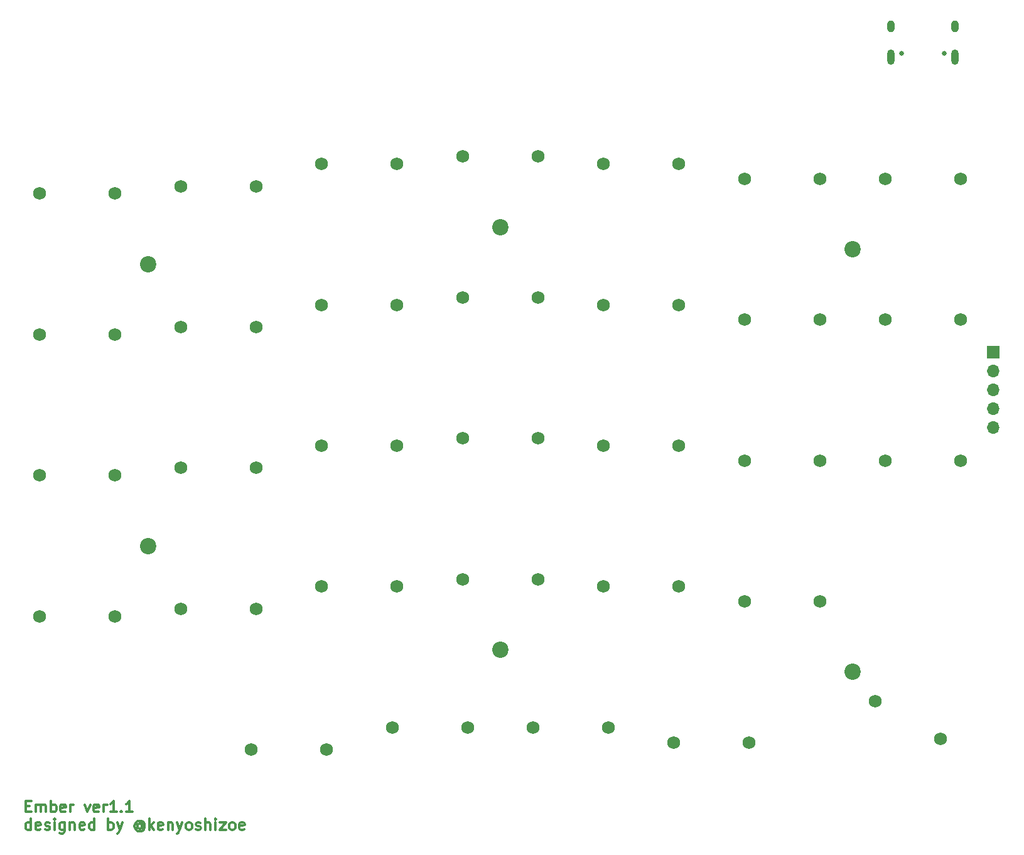
<source format=gbr>
%TF.GenerationSoftware,KiCad,Pcbnew,7.0.6*%
%TF.CreationDate,2023-09-02T14:36:04+09:00*%
%TF.ProjectId,ember,656d6265-722e-46b6-9963-61645f706362,rev?*%
%TF.SameCoordinates,Original*%
%TF.FileFunction,Soldermask,Top*%
%TF.FilePolarity,Negative*%
%FSLAX46Y46*%
G04 Gerber Fmt 4.6, Leading zero omitted, Abs format (unit mm)*
G04 Created by KiCad (PCBNEW 7.0.6) date 2023-09-02 14:36:04*
%MOMM*%
%LPD*%
G01*
G04 APERTURE LIST*
%ADD10C,0.300000*%
%ADD11C,1.750000*%
%ADD12C,2.200000*%
%ADD13R,1.700000X1.700000*%
%ADD14O,1.700000X1.700000*%
%ADD15C,0.650000*%
%ADD16O,1.000000X1.600000*%
%ADD17O,1.000000X2.100000*%
G04 APERTURE END LIST*
D10*
X53554510Y-148100114D02*
X54054510Y-148100114D01*
X54268796Y-148885828D02*
X53554510Y-148885828D01*
X53554510Y-148885828D02*
X53554510Y-147385828D01*
X53554510Y-147385828D02*
X54268796Y-147385828D01*
X54911653Y-148885828D02*
X54911653Y-147885828D01*
X54911653Y-148028685D02*
X54983082Y-147957257D01*
X54983082Y-147957257D02*
X55125939Y-147885828D01*
X55125939Y-147885828D02*
X55340225Y-147885828D01*
X55340225Y-147885828D02*
X55483082Y-147957257D01*
X55483082Y-147957257D02*
X55554511Y-148100114D01*
X55554511Y-148100114D02*
X55554511Y-148885828D01*
X55554511Y-148100114D02*
X55625939Y-147957257D01*
X55625939Y-147957257D02*
X55768796Y-147885828D01*
X55768796Y-147885828D02*
X55983082Y-147885828D01*
X55983082Y-147885828D02*
X56125939Y-147957257D01*
X56125939Y-147957257D02*
X56197368Y-148100114D01*
X56197368Y-148100114D02*
X56197368Y-148885828D01*
X56911653Y-148885828D02*
X56911653Y-147385828D01*
X56911653Y-147957257D02*
X57054511Y-147885828D01*
X57054511Y-147885828D02*
X57340225Y-147885828D01*
X57340225Y-147885828D02*
X57483082Y-147957257D01*
X57483082Y-147957257D02*
X57554511Y-148028685D01*
X57554511Y-148028685D02*
X57625939Y-148171542D01*
X57625939Y-148171542D02*
X57625939Y-148600114D01*
X57625939Y-148600114D02*
X57554511Y-148742971D01*
X57554511Y-148742971D02*
X57483082Y-148814400D01*
X57483082Y-148814400D02*
X57340225Y-148885828D01*
X57340225Y-148885828D02*
X57054511Y-148885828D01*
X57054511Y-148885828D02*
X56911653Y-148814400D01*
X58840225Y-148814400D02*
X58697368Y-148885828D01*
X58697368Y-148885828D02*
X58411654Y-148885828D01*
X58411654Y-148885828D02*
X58268796Y-148814400D01*
X58268796Y-148814400D02*
X58197368Y-148671542D01*
X58197368Y-148671542D02*
X58197368Y-148100114D01*
X58197368Y-148100114D02*
X58268796Y-147957257D01*
X58268796Y-147957257D02*
X58411654Y-147885828D01*
X58411654Y-147885828D02*
X58697368Y-147885828D01*
X58697368Y-147885828D02*
X58840225Y-147957257D01*
X58840225Y-147957257D02*
X58911654Y-148100114D01*
X58911654Y-148100114D02*
X58911654Y-148242971D01*
X58911654Y-148242971D02*
X58197368Y-148385828D01*
X59554510Y-148885828D02*
X59554510Y-147885828D01*
X59554510Y-148171542D02*
X59625939Y-148028685D01*
X59625939Y-148028685D02*
X59697368Y-147957257D01*
X59697368Y-147957257D02*
X59840225Y-147885828D01*
X59840225Y-147885828D02*
X59983082Y-147885828D01*
X61483081Y-147885828D02*
X61840224Y-148885828D01*
X61840224Y-148885828D02*
X62197367Y-147885828D01*
X63340224Y-148814400D02*
X63197367Y-148885828D01*
X63197367Y-148885828D02*
X62911653Y-148885828D01*
X62911653Y-148885828D02*
X62768795Y-148814400D01*
X62768795Y-148814400D02*
X62697367Y-148671542D01*
X62697367Y-148671542D02*
X62697367Y-148100114D01*
X62697367Y-148100114D02*
X62768795Y-147957257D01*
X62768795Y-147957257D02*
X62911653Y-147885828D01*
X62911653Y-147885828D02*
X63197367Y-147885828D01*
X63197367Y-147885828D02*
X63340224Y-147957257D01*
X63340224Y-147957257D02*
X63411653Y-148100114D01*
X63411653Y-148100114D02*
X63411653Y-148242971D01*
X63411653Y-148242971D02*
X62697367Y-148385828D01*
X64054509Y-148885828D02*
X64054509Y-147885828D01*
X64054509Y-148171542D02*
X64125938Y-148028685D01*
X64125938Y-148028685D02*
X64197367Y-147957257D01*
X64197367Y-147957257D02*
X64340224Y-147885828D01*
X64340224Y-147885828D02*
X64483081Y-147885828D01*
X65768795Y-148885828D02*
X64911652Y-148885828D01*
X65340223Y-148885828D02*
X65340223Y-147385828D01*
X65340223Y-147385828D02*
X65197366Y-147600114D01*
X65197366Y-147600114D02*
X65054509Y-147742971D01*
X65054509Y-147742971D02*
X64911652Y-147814400D01*
X66411651Y-148742971D02*
X66483080Y-148814400D01*
X66483080Y-148814400D02*
X66411651Y-148885828D01*
X66411651Y-148885828D02*
X66340223Y-148814400D01*
X66340223Y-148814400D02*
X66411651Y-148742971D01*
X66411651Y-148742971D02*
X66411651Y-148885828D01*
X67911652Y-148885828D02*
X67054509Y-148885828D01*
X67483080Y-148885828D02*
X67483080Y-147385828D01*
X67483080Y-147385828D02*
X67340223Y-147600114D01*
X67340223Y-147600114D02*
X67197366Y-147742971D01*
X67197366Y-147742971D02*
X67054509Y-147814400D01*
X54197368Y-151300828D02*
X54197368Y-149800828D01*
X54197368Y-151229400D02*
X54054510Y-151300828D01*
X54054510Y-151300828D02*
X53768796Y-151300828D01*
X53768796Y-151300828D02*
X53625939Y-151229400D01*
X53625939Y-151229400D02*
X53554510Y-151157971D01*
X53554510Y-151157971D02*
X53483082Y-151015114D01*
X53483082Y-151015114D02*
X53483082Y-150586542D01*
X53483082Y-150586542D02*
X53554510Y-150443685D01*
X53554510Y-150443685D02*
X53625939Y-150372257D01*
X53625939Y-150372257D02*
X53768796Y-150300828D01*
X53768796Y-150300828D02*
X54054510Y-150300828D01*
X54054510Y-150300828D02*
X54197368Y-150372257D01*
X55483082Y-151229400D02*
X55340225Y-151300828D01*
X55340225Y-151300828D02*
X55054511Y-151300828D01*
X55054511Y-151300828D02*
X54911653Y-151229400D01*
X54911653Y-151229400D02*
X54840225Y-151086542D01*
X54840225Y-151086542D02*
X54840225Y-150515114D01*
X54840225Y-150515114D02*
X54911653Y-150372257D01*
X54911653Y-150372257D02*
X55054511Y-150300828D01*
X55054511Y-150300828D02*
X55340225Y-150300828D01*
X55340225Y-150300828D02*
X55483082Y-150372257D01*
X55483082Y-150372257D02*
X55554511Y-150515114D01*
X55554511Y-150515114D02*
X55554511Y-150657971D01*
X55554511Y-150657971D02*
X54840225Y-150800828D01*
X56125939Y-151229400D02*
X56268796Y-151300828D01*
X56268796Y-151300828D02*
X56554510Y-151300828D01*
X56554510Y-151300828D02*
X56697367Y-151229400D01*
X56697367Y-151229400D02*
X56768796Y-151086542D01*
X56768796Y-151086542D02*
X56768796Y-151015114D01*
X56768796Y-151015114D02*
X56697367Y-150872257D01*
X56697367Y-150872257D02*
X56554510Y-150800828D01*
X56554510Y-150800828D02*
X56340225Y-150800828D01*
X56340225Y-150800828D02*
X56197367Y-150729400D01*
X56197367Y-150729400D02*
X56125939Y-150586542D01*
X56125939Y-150586542D02*
X56125939Y-150515114D01*
X56125939Y-150515114D02*
X56197367Y-150372257D01*
X56197367Y-150372257D02*
X56340225Y-150300828D01*
X56340225Y-150300828D02*
X56554510Y-150300828D01*
X56554510Y-150300828D02*
X56697367Y-150372257D01*
X57411653Y-151300828D02*
X57411653Y-150300828D01*
X57411653Y-149800828D02*
X57340225Y-149872257D01*
X57340225Y-149872257D02*
X57411653Y-149943685D01*
X57411653Y-149943685D02*
X57483082Y-149872257D01*
X57483082Y-149872257D02*
X57411653Y-149800828D01*
X57411653Y-149800828D02*
X57411653Y-149943685D01*
X58768797Y-150300828D02*
X58768797Y-151515114D01*
X58768797Y-151515114D02*
X58697368Y-151657971D01*
X58697368Y-151657971D02*
X58625939Y-151729400D01*
X58625939Y-151729400D02*
X58483082Y-151800828D01*
X58483082Y-151800828D02*
X58268797Y-151800828D01*
X58268797Y-151800828D02*
X58125939Y-151729400D01*
X58768797Y-151229400D02*
X58625939Y-151300828D01*
X58625939Y-151300828D02*
X58340225Y-151300828D01*
X58340225Y-151300828D02*
X58197368Y-151229400D01*
X58197368Y-151229400D02*
X58125939Y-151157971D01*
X58125939Y-151157971D02*
X58054511Y-151015114D01*
X58054511Y-151015114D02*
X58054511Y-150586542D01*
X58054511Y-150586542D02*
X58125939Y-150443685D01*
X58125939Y-150443685D02*
X58197368Y-150372257D01*
X58197368Y-150372257D02*
X58340225Y-150300828D01*
X58340225Y-150300828D02*
X58625939Y-150300828D01*
X58625939Y-150300828D02*
X58768797Y-150372257D01*
X59483082Y-150300828D02*
X59483082Y-151300828D01*
X59483082Y-150443685D02*
X59554511Y-150372257D01*
X59554511Y-150372257D02*
X59697368Y-150300828D01*
X59697368Y-150300828D02*
X59911654Y-150300828D01*
X59911654Y-150300828D02*
X60054511Y-150372257D01*
X60054511Y-150372257D02*
X60125940Y-150515114D01*
X60125940Y-150515114D02*
X60125940Y-151300828D01*
X61411654Y-151229400D02*
X61268797Y-151300828D01*
X61268797Y-151300828D02*
X60983083Y-151300828D01*
X60983083Y-151300828D02*
X60840225Y-151229400D01*
X60840225Y-151229400D02*
X60768797Y-151086542D01*
X60768797Y-151086542D02*
X60768797Y-150515114D01*
X60768797Y-150515114D02*
X60840225Y-150372257D01*
X60840225Y-150372257D02*
X60983083Y-150300828D01*
X60983083Y-150300828D02*
X61268797Y-150300828D01*
X61268797Y-150300828D02*
X61411654Y-150372257D01*
X61411654Y-150372257D02*
X61483083Y-150515114D01*
X61483083Y-150515114D02*
X61483083Y-150657971D01*
X61483083Y-150657971D02*
X60768797Y-150800828D01*
X62768797Y-151300828D02*
X62768797Y-149800828D01*
X62768797Y-151229400D02*
X62625939Y-151300828D01*
X62625939Y-151300828D02*
X62340225Y-151300828D01*
X62340225Y-151300828D02*
X62197368Y-151229400D01*
X62197368Y-151229400D02*
X62125939Y-151157971D01*
X62125939Y-151157971D02*
X62054511Y-151015114D01*
X62054511Y-151015114D02*
X62054511Y-150586542D01*
X62054511Y-150586542D02*
X62125939Y-150443685D01*
X62125939Y-150443685D02*
X62197368Y-150372257D01*
X62197368Y-150372257D02*
X62340225Y-150300828D01*
X62340225Y-150300828D02*
X62625939Y-150300828D01*
X62625939Y-150300828D02*
X62768797Y-150372257D01*
X64625939Y-151300828D02*
X64625939Y-149800828D01*
X64625939Y-150372257D02*
X64768797Y-150300828D01*
X64768797Y-150300828D02*
X65054511Y-150300828D01*
X65054511Y-150300828D02*
X65197368Y-150372257D01*
X65197368Y-150372257D02*
X65268797Y-150443685D01*
X65268797Y-150443685D02*
X65340225Y-150586542D01*
X65340225Y-150586542D02*
X65340225Y-151015114D01*
X65340225Y-151015114D02*
X65268797Y-151157971D01*
X65268797Y-151157971D02*
X65197368Y-151229400D01*
X65197368Y-151229400D02*
X65054511Y-151300828D01*
X65054511Y-151300828D02*
X64768797Y-151300828D01*
X64768797Y-151300828D02*
X64625939Y-151229400D01*
X65840225Y-150300828D02*
X66197368Y-151300828D01*
X66554511Y-150300828D02*
X66197368Y-151300828D01*
X66197368Y-151300828D02*
X66054511Y-151657971D01*
X66054511Y-151657971D02*
X65983082Y-151729400D01*
X65983082Y-151729400D02*
X65840225Y-151800828D01*
X69197368Y-150586542D02*
X69125939Y-150515114D01*
X69125939Y-150515114D02*
X68983082Y-150443685D01*
X68983082Y-150443685D02*
X68840225Y-150443685D01*
X68840225Y-150443685D02*
X68697368Y-150515114D01*
X68697368Y-150515114D02*
X68625939Y-150586542D01*
X68625939Y-150586542D02*
X68554511Y-150729400D01*
X68554511Y-150729400D02*
X68554511Y-150872257D01*
X68554511Y-150872257D02*
X68625939Y-151015114D01*
X68625939Y-151015114D02*
X68697368Y-151086542D01*
X68697368Y-151086542D02*
X68840225Y-151157971D01*
X68840225Y-151157971D02*
X68983082Y-151157971D01*
X68983082Y-151157971D02*
X69125939Y-151086542D01*
X69125939Y-151086542D02*
X69197368Y-151015114D01*
X69197368Y-150443685D02*
X69197368Y-151015114D01*
X69197368Y-151015114D02*
X69268796Y-151086542D01*
X69268796Y-151086542D02*
X69340225Y-151086542D01*
X69340225Y-151086542D02*
X69483082Y-151015114D01*
X69483082Y-151015114D02*
X69554511Y-150872257D01*
X69554511Y-150872257D02*
X69554511Y-150515114D01*
X69554511Y-150515114D02*
X69411654Y-150300828D01*
X69411654Y-150300828D02*
X69197368Y-150157971D01*
X69197368Y-150157971D02*
X68911654Y-150086542D01*
X68911654Y-150086542D02*
X68625939Y-150157971D01*
X68625939Y-150157971D02*
X68411654Y-150300828D01*
X68411654Y-150300828D02*
X68268796Y-150515114D01*
X68268796Y-150515114D02*
X68197368Y-150800828D01*
X68197368Y-150800828D02*
X68268796Y-151086542D01*
X68268796Y-151086542D02*
X68411654Y-151300828D01*
X68411654Y-151300828D02*
X68625939Y-151443685D01*
X68625939Y-151443685D02*
X68911654Y-151515114D01*
X68911654Y-151515114D02*
X69197368Y-151443685D01*
X69197368Y-151443685D02*
X69411654Y-151300828D01*
X70197367Y-151300828D02*
X70197367Y-149800828D01*
X70340225Y-150729400D02*
X70768796Y-151300828D01*
X70768796Y-150300828D02*
X70197367Y-150872257D01*
X71983082Y-151229400D02*
X71840225Y-151300828D01*
X71840225Y-151300828D02*
X71554511Y-151300828D01*
X71554511Y-151300828D02*
X71411653Y-151229400D01*
X71411653Y-151229400D02*
X71340225Y-151086542D01*
X71340225Y-151086542D02*
X71340225Y-150515114D01*
X71340225Y-150515114D02*
X71411653Y-150372257D01*
X71411653Y-150372257D02*
X71554511Y-150300828D01*
X71554511Y-150300828D02*
X71840225Y-150300828D01*
X71840225Y-150300828D02*
X71983082Y-150372257D01*
X71983082Y-150372257D02*
X72054511Y-150515114D01*
X72054511Y-150515114D02*
X72054511Y-150657971D01*
X72054511Y-150657971D02*
X71340225Y-150800828D01*
X72697367Y-150300828D02*
X72697367Y-151300828D01*
X72697367Y-150443685D02*
X72768796Y-150372257D01*
X72768796Y-150372257D02*
X72911653Y-150300828D01*
X72911653Y-150300828D02*
X73125939Y-150300828D01*
X73125939Y-150300828D02*
X73268796Y-150372257D01*
X73268796Y-150372257D02*
X73340225Y-150515114D01*
X73340225Y-150515114D02*
X73340225Y-151300828D01*
X73911653Y-150300828D02*
X74268796Y-151300828D01*
X74625939Y-150300828D02*
X74268796Y-151300828D01*
X74268796Y-151300828D02*
X74125939Y-151657971D01*
X74125939Y-151657971D02*
X74054510Y-151729400D01*
X74054510Y-151729400D02*
X73911653Y-151800828D01*
X75411653Y-151300828D02*
X75268796Y-151229400D01*
X75268796Y-151229400D02*
X75197367Y-151157971D01*
X75197367Y-151157971D02*
X75125939Y-151015114D01*
X75125939Y-151015114D02*
X75125939Y-150586542D01*
X75125939Y-150586542D02*
X75197367Y-150443685D01*
X75197367Y-150443685D02*
X75268796Y-150372257D01*
X75268796Y-150372257D02*
X75411653Y-150300828D01*
X75411653Y-150300828D02*
X75625939Y-150300828D01*
X75625939Y-150300828D02*
X75768796Y-150372257D01*
X75768796Y-150372257D02*
X75840225Y-150443685D01*
X75840225Y-150443685D02*
X75911653Y-150586542D01*
X75911653Y-150586542D02*
X75911653Y-151015114D01*
X75911653Y-151015114D02*
X75840225Y-151157971D01*
X75840225Y-151157971D02*
X75768796Y-151229400D01*
X75768796Y-151229400D02*
X75625939Y-151300828D01*
X75625939Y-151300828D02*
X75411653Y-151300828D01*
X76483082Y-151229400D02*
X76625939Y-151300828D01*
X76625939Y-151300828D02*
X76911653Y-151300828D01*
X76911653Y-151300828D02*
X77054510Y-151229400D01*
X77054510Y-151229400D02*
X77125939Y-151086542D01*
X77125939Y-151086542D02*
X77125939Y-151015114D01*
X77125939Y-151015114D02*
X77054510Y-150872257D01*
X77054510Y-150872257D02*
X76911653Y-150800828D01*
X76911653Y-150800828D02*
X76697368Y-150800828D01*
X76697368Y-150800828D02*
X76554510Y-150729400D01*
X76554510Y-150729400D02*
X76483082Y-150586542D01*
X76483082Y-150586542D02*
X76483082Y-150515114D01*
X76483082Y-150515114D02*
X76554510Y-150372257D01*
X76554510Y-150372257D02*
X76697368Y-150300828D01*
X76697368Y-150300828D02*
X76911653Y-150300828D01*
X76911653Y-150300828D02*
X77054510Y-150372257D01*
X77768796Y-151300828D02*
X77768796Y-149800828D01*
X78411654Y-151300828D02*
X78411654Y-150515114D01*
X78411654Y-150515114D02*
X78340225Y-150372257D01*
X78340225Y-150372257D02*
X78197368Y-150300828D01*
X78197368Y-150300828D02*
X77983082Y-150300828D01*
X77983082Y-150300828D02*
X77840225Y-150372257D01*
X77840225Y-150372257D02*
X77768796Y-150443685D01*
X79125939Y-151300828D02*
X79125939Y-150300828D01*
X79125939Y-149800828D02*
X79054511Y-149872257D01*
X79054511Y-149872257D02*
X79125939Y-149943685D01*
X79125939Y-149943685D02*
X79197368Y-149872257D01*
X79197368Y-149872257D02*
X79125939Y-149800828D01*
X79125939Y-149800828D02*
X79125939Y-149943685D01*
X79697368Y-150300828D02*
X80483083Y-150300828D01*
X80483083Y-150300828D02*
X79697368Y-151300828D01*
X79697368Y-151300828D02*
X80483083Y-151300828D01*
X81268797Y-151300828D02*
X81125940Y-151229400D01*
X81125940Y-151229400D02*
X81054511Y-151157971D01*
X81054511Y-151157971D02*
X80983083Y-151015114D01*
X80983083Y-151015114D02*
X80983083Y-150586542D01*
X80983083Y-150586542D02*
X81054511Y-150443685D01*
X81054511Y-150443685D02*
X81125940Y-150372257D01*
X81125940Y-150372257D02*
X81268797Y-150300828D01*
X81268797Y-150300828D02*
X81483083Y-150300828D01*
X81483083Y-150300828D02*
X81625940Y-150372257D01*
X81625940Y-150372257D02*
X81697369Y-150443685D01*
X81697369Y-150443685D02*
X81768797Y-150586542D01*
X81768797Y-150586542D02*
X81768797Y-151015114D01*
X81768797Y-151015114D02*
X81697369Y-151157971D01*
X81697369Y-151157971D02*
X81625940Y-151229400D01*
X81625940Y-151229400D02*
X81483083Y-151300828D01*
X81483083Y-151300828D02*
X81268797Y-151300828D01*
X82983083Y-151229400D02*
X82840226Y-151300828D01*
X82840226Y-151300828D02*
X82554512Y-151300828D01*
X82554512Y-151300828D02*
X82411654Y-151229400D01*
X82411654Y-151229400D02*
X82340226Y-151086542D01*
X82340226Y-151086542D02*
X82340226Y-150515114D01*
X82340226Y-150515114D02*
X82411654Y-150372257D01*
X82411654Y-150372257D02*
X82554512Y-150300828D01*
X82554512Y-150300828D02*
X82840226Y-150300828D01*
X82840226Y-150300828D02*
X82983083Y-150372257D01*
X82983083Y-150372257D02*
X83054512Y-150515114D01*
X83054512Y-150515114D02*
X83054512Y-150657971D01*
X83054512Y-150657971D02*
X82340226Y-150800828D01*
D11*
%TO.C,H35*%
X102920000Y-137500000D03*
X113080000Y-137500000D03*
%TD*%
%TO.C,H23*%
X93420000Y-99500000D03*
X103580000Y-99500000D03*
%TD*%
D12*
%TO.C,H3*%
X70000000Y-113000000D03*
%TD*%
D11*
%TO.C,H9*%
X93420000Y-61500000D03*
X103580000Y-61500000D03*
%TD*%
%TO.C,H26*%
X150420000Y-101500000D03*
X160580000Y-101500000D03*
%TD*%
%TO.C,H8*%
X74420000Y-64500000D03*
X84580000Y-64500000D03*
%TD*%
%TO.C,H37*%
X140920000Y-139500000D03*
X151080000Y-139500000D03*
%TD*%
%TO.C,H17*%
X112420000Y-79500000D03*
X122580000Y-79500000D03*
%TD*%
%TO.C,H25*%
X131420000Y-99500000D03*
X141580000Y-99500000D03*
%TD*%
%TO.C,H15*%
X74420000Y-83500000D03*
X84580000Y-83500000D03*
%TD*%
%TO.C,H30*%
X93420000Y-118500000D03*
X103580000Y-118500000D03*
%TD*%
%TO.C,H27*%
X169420000Y-101500000D03*
X179580000Y-101500000D03*
%TD*%
%TO.C,H7*%
X55420000Y-65500000D03*
X65580000Y-65500000D03*
%TD*%
%TO.C,H29*%
X74420000Y-121500000D03*
X84580000Y-121500000D03*
%TD*%
%TO.C,H16*%
X93420000Y-80500000D03*
X103580000Y-80500000D03*
%TD*%
D12*
%TO.C,H1*%
X70000000Y-75000000D03*
%TD*%
D11*
%TO.C,H20*%
X169420000Y-82500000D03*
X179580000Y-82500000D03*
%TD*%
D12*
%TO.C,H4*%
X165000000Y-73000000D03*
%TD*%
D11*
%TO.C,H38*%
X168100591Y-133960000D03*
X176899409Y-139040000D03*
%TD*%
%TO.C,H11*%
X131420000Y-61500000D03*
X141580000Y-61500000D03*
%TD*%
%TO.C,H22*%
X74420000Y-102500000D03*
X84580000Y-102500000D03*
%TD*%
%TO.C,H13*%
X169420000Y-63500000D03*
X179580000Y-63500000D03*
%TD*%
%TO.C,H19*%
X150420000Y-82500000D03*
X160580000Y-82500000D03*
%TD*%
D12*
%TO.C,H2*%
X165000000Y-130000000D03*
%TD*%
D11*
%TO.C,H36*%
X121920000Y-137500000D03*
X132080000Y-137500000D03*
%TD*%
%TO.C,H14*%
X55420000Y-84500000D03*
X65580000Y-84500000D03*
%TD*%
%TO.C,H21*%
X55420000Y-103500000D03*
X65580000Y-103500000D03*
%TD*%
%TO.C,H24*%
X112420000Y-98500000D03*
X122580000Y-98500000D03*
%TD*%
%TO.C,H31*%
X112420000Y-117500000D03*
X122580000Y-117500000D03*
%TD*%
D12*
%TO.C,H5*%
X117500000Y-127000000D03*
%TD*%
D11*
%TO.C,H32*%
X131420000Y-118500000D03*
X141580000Y-118500000D03*
%TD*%
%TO.C,H18*%
X131420000Y-80500000D03*
X141580000Y-80500000D03*
%TD*%
%TO.C,H12*%
X150420000Y-63500000D03*
X160580000Y-63500000D03*
%TD*%
%TO.C,H33*%
X150420000Y-120500000D03*
X160580000Y-120500000D03*
%TD*%
%TO.C,H34*%
X83920000Y-140500000D03*
X94080000Y-140500000D03*
%TD*%
D12*
%TO.C,H6*%
X117500000Y-70000000D03*
%TD*%
D11*
%TO.C,H10*%
X112420000Y-60500000D03*
X122580000Y-60500000D03*
%TD*%
%TO.C,H28*%
X55420000Y-122500000D03*
X65580000Y-122500000D03*
%TD*%
D13*
%TO.C,J2*%
X184000000Y-86920000D03*
D14*
X184000000Y-89460000D03*
X184000000Y-92000000D03*
X184000000Y-94540000D03*
X184000000Y-97080000D03*
%TD*%
D15*
%TO.C,J1*%
X171610000Y-46605000D03*
X177390000Y-46605000D03*
D16*
X170180000Y-42925000D03*
D17*
X170180000Y-47105000D03*
D16*
X178820000Y-42925000D03*
D17*
X178820000Y-47105000D03*
%TD*%
M02*

</source>
